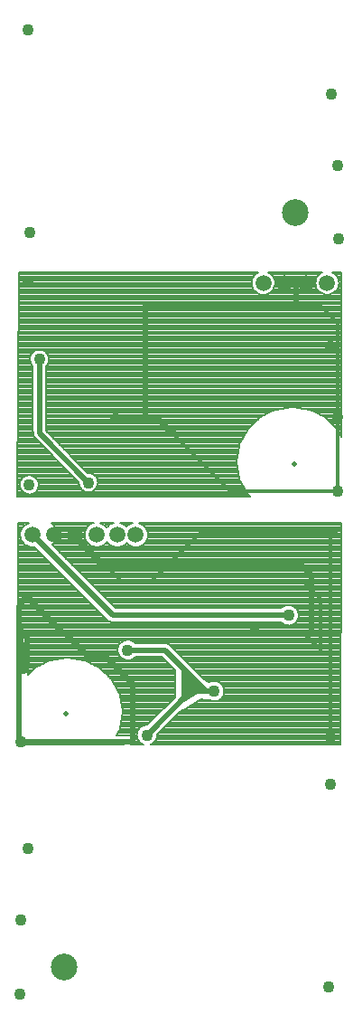
<source format=gbr>
G04 DipTrace 3.3.1.3*
G04 Bottom.gbr*
%MOIN*%
G04 #@! TF.FileFunction,Copper,L2,Bot*
G04 #@! TF.Part,Single*
G04 #@! TA.AperFunction,Conductor*
%ADD10C,0.009843*%
%ADD13C,0.011811*%
G04 #@! TA.AperFunction,ComponentPad*
%ADD15C,0.019685*%
G04 #@! TA.AperFunction,CopperBalancing*
%ADD17C,0.007992*%
%ADD19C,0.007874*%
G04 #@! TA.AperFunction,ComponentPad*
%ADD21C,0.059055*%
%ADD30C,0.042992*%
%ADD31C,0.098425*%
%ADD32C,0.043307*%
%FSLAX26Y26*%
G04*
G70*
G90*
G75*
G01*
G04 Bottom*
%LPD*%
X1455774Y1876050D2*
D15*
X806667D1*
X510000Y2172717D1*
X591260D2*
D10*
X666260D1*
D15*
X672979D1*
Y2155276D1*
X766732Y2061522D1*
X1504318D1*
X1541824Y2024016D1*
Y1805249D1*
X1341535D1*
X1329790Y1816995D1*
X473058Y1680144D2*
Y1767638D1*
X460551Y1780144D1*
Y1817638D1*
Y1911391D1*
X491798Y1942638D1*
X466798Y1411391D2*
X879304D1*
Y1623885D1*
X779304Y1723885D1*
X716811D1*
X629094Y1811601D1*
X622835D1*
X491798Y1942638D1*
X473058Y1680144D2*
X491798Y1698885D1*
Y1798898D1*
X483451Y1807244D1*
X473058Y1817638D1*
X460551D1*
X473058Y1767638D2*
X468320Y1772375D1*
Y1792113D1*
X483451Y1807244D1*
X629094Y1811601D2*
D13*
X1510459D1*
X1573071Y1748990D1*
Y1936509D1*
X1510564Y1999016D1*
X948255D1*
X839961D1*
X666260Y2172717D1*
X1616798Y2180144D2*
X1129383D1*
X948255Y1999016D1*
X1610551Y1430144D2*
Y2180144D1*
X1616798D1*
X1180801Y1596890D2*
D15*
X1094803D1*
X932808Y1434895D1*
X861286Y1748097D2*
X999094D1*
X1150302Y1596890D1*
X1094803D1*
X535564Y2819475D2*
Y2545853D1*
X716667Y2364751D1*
X1441076Y3100932D2*
X1482415D1*
X1519816D1*
X817060Y2600971D2*
X928307D1*
X972572D1*
X1021785Y2551759D1*
X928307Y2600971D2*
Y3022231D1*
D10*
X1482415D1*
D15*
Y3100932D1*
X1637927Y2333255D2*
D13*
Y2952940D1*
X1573163Y3017703D1*
X1494724D1*
X1482415Y3030013D1*
D10*
Y3022231D1*
X1637927Y2333255D2*
D13*
X1240289D1*
X1021785Y2551759D1*
X461037Y3132822D2*
D17*
X1332192D1*
X1392493D2*
X1568333D1*
X1628753D2*
X1648320D1*
X460906Y3124961D2*
X1325459D1*
X1399226D2*
X1561719D1*
X1635499D2*
X1648320D1*
X460906Y3117100D2*
X1321339D1*
X1403346D2*
X1557480D1*
X1639619D2*
X1648320D1*
X460906Y3109239D2*
X1318963D1*
X1405722D2*
X1555223D1*
X1641864D2*
X1648320D1*
X460774Y3101378D2*
X1318215D1*
X1406470D2*
X1554357D1*
X1642743D2*
X1648320D1*
X460774Y3093517D2*
X1318832D1*
X1405853D2*
X1555105D1*
X1642113D2*
X1648320D1*
X460656Y3085656D2*
X1320958D1*
X1403727D2*
X1557231D1*
X1639869D2*
X1648320D1*
X460656Y3077795D2*
X1324829D1*
X1399856D2*
X1561089D1*
X1635997D2*
X1648320D1*
X460525Y3069934D2*
X1331194D1*
X1393491D2*
X1567467D1*
X1629633D2*
X1648320D1*
X460525Y3062073D2*
X1342310D1*
X1382375D2*
X1578583D1*
X1618635D2*
X1648320D1*
X460407Y3054213D2*
X1648320D1*
X460407Y3046352D2*
X1648320D1*
X460276Y3038491D2*
X1648320D1*
X460276Y3030630D2*
X1648320D1*
X460276Y3022769D2*
X1648320D1*
X460157Y3014908D2*
X1648320D1*
X460157Y3007047D2*
X1648320D1*
X460026Y2999186D2*
X1648320D1*
X460026Y2991325D2*
X1648320D1*
X459908Y2983465D2*
X1648320D1*
X459908Y2975604D2*
X1648320D1*
X459777Y2967743D2*
X1648320D1*
X459777Y2959882D2*
X1648320D1*
X459659Y2952021D2*
X1648320D1*
X459659Y2944160D2*
X1648320D1*
X459659Y2936299D2*
X1648320D1*
X459528Y2928438D2*
X1648320D1*
X459528Y2920577D2*
X1648320D1*
X459409Y2912717D2*
X1648320D1*
X459409Y2904856D2*
X1648320D1*
X459278Y2896995D2*
X1648320D1*
X459278Y2889134D2*
X1648320D1*
X459160Y2881273D2*
X1648320D1*
X459160Y2873412D2*
X1648320D1*
X459160Y2865551D2*
X1648320D1*
X459029Y2857690D2*
X1648320D1*
X459029Y2849829D2*
X516745D1*
X554436D2*
X1648320D1*
X458911Y2841969D2*
X507507D1*
X563556D2*
X1648320D1*
X458911Y2834108D2*
X502638D1*
X568543D2*
X1648320D1*
X458780Y2826247D2*
X500144D1*
X571050D2*
X1648320D1*
X458780Y2818386D2*
X499514D1*
X571667D2*
X1648320D1*
X458661Y2810525D2*
X500643D1*
X570551D2*
X1648320D1*
X458661Y2802664D2*
X503635D1*
X567428D2*
X1648320D1*
X458530Y2794803D2*
X509501D1*
X561680D2*
X1648320D1*
X458530Y2786942D2*
X511129D1*
X560052D2*
X1648320D1*
X458412Y2779081D2*
X511129D1*
X560052D2*
X1648320D1*
X458412Y2771220D2*
X511129D1*
X560052D2*
X1648320D1*
X458412Y2763360D2*
X511129D1*
X560052D2*
X1648320D1*
X458281Y2755499D2*
X511129D1*
X560052D2*
X1648320D1*
X458281Y2747638D2*
X511129D1*
X560052D2*
X1648320D1*
X458163Y2739777D2*
X511129D1*
X560052D2*
X1648320D1*
X458163Y2731916D2*
X511129D1*
X560052D2*
X1648320D1*
X458031Y2724055D2*
X511129D1*
X560052D2*
X1648320D1*
X458031Y2716194D2*
X511129D1*
X560052D2*
X1648320D1*
X457913Y2708333D2*
X511129D1*
X560052D2*
X1648320D1*
X457913Y2700472D2*
X511129D1*
X560052D2*
X1648320D1*
X457782Y2692612D2*
X511129D1*
X560052D2*
X1648320D1*
X457782Y2684751D2*
X511129D1*
X560052D2*
X1648320D1*
X457782Y2676890D2*
X511129D1*
X560052D2*
X1648320D1*
X457664Y2669029D2*
X511129D1*
X560052D2*
X1648320D1*
X457664Y2661168D2*
X511129D1*
X560052D2*
X1648320D1*
X457533Y2653307D2*
X511129D1*
X560052D2*
X1648320D1*
X457533Y2645446D2*
X511129D1*
X560052D2*
X1648320D1*
X457402Y2637585D2*
X511129D1*
X560052D2*
X1437100D1*
X1504003D2*
X1648320D1*
X457402Y2629724D2*
X511129D1*
X560052D2*
X1399633D1*
X1541339D2*
X1648320D1*
X457283Y2621864D2*
X511129D1*
X560052D2*
X1383766D1*
X1557323D2*
X1648320D1*
X457283Y2614003D2*
X511129D1*
X560052D2*
X1367913D1*
X1573189D2*
X1648320D1*
X457165Y2606142D2*
X511129D1*
X560052D2*
X1351929D1*
X1589173D2*
X1648320D1*
X457165Y2598281D2*
X511129D1*
X560052D2*
X1342060D1*
X1599029D2*
X1648320D1*
X457165Y2590420D2*
X511129D1*
X560052D2*
X1333950D1*
X1607152D2*
X1648320D1*
X457034Y2582559D2*
X511129D1*
X560052D2*
X1325827D1*
X1615262D2*
X1648320D1*
X457034Y2574698D2*
X511129D1*
X560052D2*
X1317717D1*
X1623386D2*
X1648320D1*
X456916Y2566837D2*
X511129D1*
X560052D2*
X1309593D1*
X1631496D2*
X1648320D1*
X456916Y2558976D2*
X511129D1*
X560052D2*
X1301982D1*
X1638990D2*
X1648320D1*
X456785Y2551115D2*
X511129D1*
X564554D2*
X1297861D1*
X1643241D2*
X1648320D1*
X456785Y2543255D2*
X511260D1*
X572415D2*
X1293740D1*
X456654Y2535394D2*
X513504D1*
X580289D2*
X1289619D1*
X456654Y2527533D2*
X519619D1*
X588150D2*
X1285499D1*
X456535Y2519672D2*
X527493D1*
X596024D2*
X1281247D1*
X456535Y2511811D2*
X535354D1*
X603885D2*
X1277126D1*
X456535Y2503950D2*
X543228D1*
X611759D2*
X1273255D1*
X456404Y2496089D2*
X551089D1*
X619619D2*
X1271759D1*
X456404Y2488228D2*
X558963D1*
X627493D2*
X1270381D1*
X456286Y2480367D2*
X566824D1*
X635354D2*
X1269134D1*
X456286Y2472507D2*
X574567D1*
X643228D2*
X1267887D1*
X456155Y2464646D2*
X582441D1*
X651089D2*
X1266640D1*
X456155Y2456785D2*
X590302D1*
X658832D2*
X1265262D1*
X456037Y2448924D2*
X598176D1*
X666706D2*
X1264016D1*
X456037Y2441063D2*
X606037D1*
X674567D2*
X1263018D1*
X455906Y2433202D2*
X613911D1*
X682441D2*
X1264134D1*
X455906Y2425341D2*
X621772D1*
X690302D2*
X1265512D1*
X455906Y2417480D2*
X629633D1*
X698176D2*
X1266759D1*
X455787Y2409619D2*
X637507D1*
X706037D2*
X1268005D1*
X455787Y2401759D2*
X645381D1*
X713911D2*
X1269383D1*
X455656Y2393898D2*
X653241D1*
X737388D2*
X1270630D1*
X455656Y2386037D2*
X477415D1*
X518845D2*
X661102D1*
X745630D2*
X1271877D1*
X455538Y2378176D2*
X469173D1*
X527087D2*
X668976D1*
X750118D2*
X1273635D1*
X455538Y2370315D2*
X464672D1*
X531588D2*
X676837D1*
X752362D2*
X1277756D1*
X455407Y2362454D2*
X462428D1*
X533832D2*
X680591D1*
X752743D2*
X1281877D1*
X455407Y2354593D2*
X462060D1*
X534213D2*
X682087D1*
X751247D2*
X1285997D1*
X455289Y2346732D2*
X463556D1*
X532835D2*
X685459D1*
X747874D2*
X1290118D1*
X455289Y2338871D2*
X466929D1*
X529344D2*
X691824D1*
X741509D2*
X1294239D1*
X455289Y2331010D2*
X473294D1*
X522966D2*
X705315D1*
X728018D2*
X1298360D1*
X455157Y2323150D2*
X486785D1*
X509488D2*
X1302848D1*
X455157Y2315289D2*
X1310722D1*
X1405512Y3096942D2*
X1404055Y3089094D1*
X1401181Y3081654D1*
X1396982Y3074856D1*
X1391627Y3068950D1*
X1385262Y3064134D1*
X1378136Y3060551D1*
X1370459Y3058333D1*
X1362520Y3057572D1*
X1354567Y3058268D1*
X1346877Y3060420D1*
X1339724Y3063937D1*
X1333320Y3068701D1*
X1327913Y3074567D1*
X1323661Y3081325D1*
X1320722Y3088740D1*
X1319186Y3096575D1*
X1319121Y3104554D1*
X1320512Y3112415D1*
X1323320Y3119882D1*
X1327454Y3126706D1*
X1332769Y3132664D1*
X1339081Y3137546D1*
X1344029Y3140197D1*
X460367Y3138688D1*
X460157Y3122677D1*
X454331Y2314619D1*
X598163Y2314672D1*
X1312073D1*
X1304843Y2321759D1*
X1302218Y2325249D1*
X1274816Y2377388D1*
X1273412Y2381588D1*
X1263963Y2439383D1*
Y2443845D1*
X1273412Y2501627D1*
X1274816Y2505840D1*
X1302218Y2557966D1*
X1304843Y2561470D1*
X1347520Y2602835D1*
X1351024Y2605315D1*
X1404803Y2631877D1*
X1408819Y2633150D1*
X1468438Y2642297D1*
X1472638D1*
X1532257Y2633150D1*
X1536286Y2631877D1*
X1590052Y2605315D1*
X1593570Y2602835D1*
X1636247Y2561470D1*
X1638858Y2557966D1*
X1651811Y2533320D1*
X1650906Y2898097D1*
X1650315Y3140682D1*
X1615971Y3140617D1*
X1620853Y3138123D1*
X1627297Y3133412D1*
X1632756Y3127598D1*
X1637060Y3120879D1*
X1640066Y3113491D1*
X1641667Y3105669D1*
X1641916Y3100932D1*
X1641181Y3092992D1*
X1639016Y3085315D1*
X1635459Y3078163D1*
X1630669Y3071785D1*
X1624777Y3066391D1*
X1618005Y3062178D1*
X1610577Y3059265D1*
X1602730Y3057769D1*
X1594751Y3057730D1*
X1586903Y3059160D1*
X1579436Y3062008D1*
X1572625Y3066168D1*
X1566693Y3071509D1*
X1561850Y3077848D1*
X1558241Y3084961D1*
X1555997Y3092625D1*
X1555197Y3100564D1*
X1555853Y3108517D1*
X1557966Y3116207D1*
X1561457Y3123386D1*
X1566194Y3129803D1*
X1572034Y3135249D1*
X1578780Y3139528D1*
X1581155Y3140617D1*
X1380709Y3140223D1*
X1384633Y3138123D1*
X1391076Y3133412D1*
X1396535Y3127598D1*
X1400840Y3120879D1*
X1403845Y3113491D1*
X1405446Y3105669D1*
X1405696Y3100932D1*
X1405512Y3096942D1*
X570669Y2815486D2*
X570000Y2811549D1*
X568885Y2807717D1*
X567349Y2804029D1*
X565407Y2800538D1*
X563071Y2797297D1*
X559186Y2793255D1*
X559239Y2707585D1*
Y2555604D1*
X714869Y2400026D1*
X721942Y2399685D1*
X725853Y2398871D1*
X729646Y2397612D1*
X733268Y2395932D1*
X736693Y2393858D1*
X739843Y2391417D1*
X742703Y2388635D1*
X745236Y2385538D1*
X747402Y2382192D1*
X749173Y2378609D1*
X750525Y2374856D1*
X751457Y2370958D1*
X752008Y2364751D1*
X751785Y2360761D1*
X751102Y2356824D1*
X749987Y2352992D1*
X748451Y2349304D1*
X746509Y2345814D1*
X744173Y2342572D1*
X741496Y2339606D1*
X738504Y2336955D1*
X735236Y2334672D1*
X731719Y2332769D1*
X728018Y2331273D1*
X724160Y2330210D1*
X720223Y2329593D1*
X716234Y2329409D1*
X712244Y2329685D1*
X708320Y2330407D1*
X704501Y2331562D1*
X700827Y2333150D1*
X697362Y2335144D1*
X694147Y2337507D1*
X691220Y2340223D1*
X688622Y2343255D1*
X686365Y2346549D1*
X684514Y2350092D1*
X683058Y2353806D1*
X682047Y2357677D1*
X681470Y2361627D1*
X681404Y2366483D1*
X518819Y2529108D1*
X516247Y2532152D1*
X514213Y2535591D1*
X512795Y2539318D1*
X512008Y2543386D1*
X511877Y2561837D1*
Y2793228D1*
X507520Y2797979D1*
X505262Y2801273D1*
X503412Y2804816D1*
X501955Y2808530D1*
X500945Y2812402D1*
X500367Y2816352D1*
X500236Y2820341D1*
X500564Y2824318D1*
X501325Y2828241D1*
X502533Y2832047D1*
X504173Y2835696D1*
X506194Y2839134D1*
X508609Y2842323D1*
X511352Y2845210D1*
X514423Y2847782D1*
X517743Y2849987D1*
X521299Y2851798D1*
X525039Y2853202D1*
X528911Y2854173D1*
X532874Y2854711D1*
X536864Y2854790D1*
X540840Y2854409D1*
X544751Y2853596D1*
X548543Y2852336D1*
X552165Y2850656D1*
X555591Y2848596D1*
X558740Y2846142D1*
X561601Y2843360D1*
X564134Y2840262D1*
X566299Y2836916D1*
X568071Y2833333D1*
X569423Y2829580D1*
X570354Y2825696D1*
X570906Y2819475D1*
X570669Y2815486D1*
X533268Y2352887D2*
X532598Y2348950D1*
X531483Y2345118D1*
X529948Y2341430D1*
X528005Y2337940D1*
X525669Y2334698D1*
X522992Y2331732D1*
X520000Y2329081D1*
X516732Y2326798D1*
X513215Y2324895D1*
X509514Y2323399D1*
X505656Y2322336D1*
X501719Y2321706D1*
X497730Y2321535D1*
X493740Y2321811D1*
X489816Y2322533D1*
X485997Y2323701D1*
X482323Y2325276D1*
X478858Y2327270D1*
X475643Y2329633D1*
X472717Y2332349D1*
X470105Y2335381D1*
X467861Y2338675D1*
X466010Y2342218D1*
X464554Y2345932D1*
X463543Y2349803D1*
X462966Y2353753D1*
X462835Y2357743D1*
X463163Y2361719D1*
X463924Y2365643D1*
X465131Y2369449D1*
X466772Y2373097D1*
X468793Y2376535D1*
X471207Y2379724D1*
X473950Y2382612D1*
X477008Y2385184D1*
X480341Y2387388D1*
X483898Y2389199D1*
X487638Y2390604D1*
X491509Y2391575D1*
X495472Y2392113D1*
X499462Y2392192D1*
X503438Y2391811D1*
X507349Y2390997D1*
X511142Y2389738D1*
X514764Y2388058D1*
X518189Y2385997D1*
X521339Y2383543D1*
X524199Y2380761D1*
X526732Y2377664D1*
X528898Y2374318D1*
X530669Y2370735D1*
X532021Y2366982D1*
X532953Y2363084D1*
X533504Y2356877D1*
X533268Y2352887D1*
X456562Y2208858D2*
D19*
X481509D1*
X588766D2*
X718963D1*
X776024D2*
X794003D1*
X851063D2*
X862782D1*
X919843D2*
X1647848D1*
X456562Y2201115D2*
X473635D1*
X594055D2*
X711089D1*
X927717D2*
X1647848D1*
X456562Y2193373D2*
X468583D1*
X597874D2*
X706168D1*
X932638D2*
X1647848D1*
X456562Y2185630D2*
X465512D1*
X599843D2*
X702966D1*
X935709D2*
X1647848D1*
X456562Y2177887D2*
X463911D1*
X601063D2*
X701483D1*
X937310D2*
X1647848D1*
X456562Y2170144D2*
X463661D1*
X600827D2*
X701247D1*
X937559D2*
X1647848D1*
X456562Y2162402D2*
X464777D1*
X599593D2*
X702349D1*
X936457D2*
X1647717D1*
X456562Y2154659D2*
X467362D1*
X597008D2*
X704934D1*
X933871D2*
X1647717D1*
X456562Y2146916D2*
X471667D1*
X593189D2*
X709121D1*
X929685D2*
X1647717D1*
X456562Y2139173D2*
X478307D1*
X587047D2*
X715879D1*
X779213D2*
X790801D1*
X854147D2*
X859580D1*
X922913D2*
X1647717D1*
X456562Y2131430D2*
X489869D1*
X588635D2*
X727441D1*
X767651D2*
X802375D1*
X842572D2*
X871142D1*
X911352D2*
X1647717D1*
X456562Y2123688D2*
X521614D1*
X596391D2*
X1647717D1*
X456562Y2115945D2*
X529370D1*
X604147D2*
X1647598D1*
X456562Y2108202D2*
X537113D1*
X611890D2*
X1647598D1*
X456562Y2100459D2*
X544869D1*
X619646D2*
X1647598D1*
X456562Y2092717D2*
X552612D1*
X627402D2*
X1647598D1*
X456562Y2084974D2*
X560367D1*
X635144D2*
X1647598D1*
X456562Y2077231D2*
X568123D1*
X642900D2*
X1647598D1*
X456562Y2069488D2*
X575866D1*
X650643D2*
X1647598D1*
X456562Y2061745D2*
X583504D1*
X658399D2*
X1647480D1*
X456562Y2054003D2*
X591247D1*
X666155D2*
X1647480D1*
X456562Y2046260D2*
X599003D1*
X673898D2*
X1647480D1*
X456562Y2038517D2*
X606745D1*
X681654D2*
X1647480D1*
X456562Y2030774D2*
X614501D1*
X689278D2*
X1647480D1*
X456562Y2023031D2*
X622257D1*
X697034D2*
X1647480D1*
X456562Y2015289D2*
X630000D1*
X704777D2*
X1647480D1*
X456562Y2007546D2*
X637756D1*
X712533D2*
X1647349D1*
X456562Y1999803D2*
X645512D1*
X720289D2*
X1647349D1*
X456562Y1992060D2*
X653255D1*
X728031D2*
X1647349D1*
X456562Y1984318D2*
X661010D1*
X735787D2*
X1647349D1*
X456562Y1976575D2*
X668766D1*
X743543D2*
X1647349D1*
X456562Y1968832D2*
X676509D1*
X751286D2*
X1647349D1*
X456562Y1961089D2*
X684265D1*
X759042D2*
X1647231D1*
X456562Y1953346D2*
X692008D1*
X766785D2*
X1647231D1*
X456562Y1945604D2*
X699646D1*
X774541D2*
X1647231D1*
X456562Y1937861D2*
X707388D1*
X782297D2*
X1647231D1*
X456562Y1930118D2*
X715144D1*
X790039D2*
X1647231D1*
X456562Y1922375D2*
X722900D1*
X797795D2*
X1647231D1*
X456562Y1914633D2*
X730643D1*
X805420D2*
X1647231D1*
X456562Y1906890D2*
X738399D1*
X813176D2*
X1433281D1*
X1478281D2*
X1647100D1*
X456562Y1899147D2*
X746142D1*
X1486404D2*
X1647100D1*
X456562Y1891404D2*
X753898D1*
X1490958D2*
X1647100D1*
X456562Y1883661D2*
X761654D1*
X1493543D2*
X1647100D1*
X456562Y1875919D2*
X769396D1*
X1494278D2*
X1647100D1*
X456562Y1868176D2*
X777152D1*
X1493412D2*
X1647100D1*
X456562Y1860433D2*
X784908D1*
X1490827D2*
X1647100D1*
X456562Y1852690D2*
X794751D1*
X1486155D2*
X1646982D1*
X456562Y1844948D2*
X1433648D1*
X1477913D2*
X1646982D1*
X456562Y1837205D2*
X1646982D1*
X456562Y1829462D2*
X1646982D1*
X456562Y1821719D2*
X1646982D1*
X493543Y1813976D2*
X1646982D1*
X493543Y1806234D2*
X1646864D1*
X493543Y1798491D2*
X1646864D1*
X493543Y1790748D2*
X1646864D1*
X493543Y1783005D2*
X846299D1*
X876286D2*
X1646864D1*
X493543Y1775262D2*
X834357D1*
X888228D2*
X1646864D1*
X493543Y1767520D2*
X828202D1*
X1017034D2*
X1646864D1*
X493543Y1759777D2*
X824646D1*
X1024790D2*
X1646864D1*
X493543Y1752034D2*
X823045D1*
X1032533D2*
X1646732D1*
X493543Y1744291D2*
X823045D1*
X1040289D2*
X1646732D1*
X493543Y1736549D2*
X824646D1*
X1048045D2*
X1646732D1*
X493543Y1728806D2*
X828084D1*
X1055787D2*
X1646732D1*
X493543Y1721063D2*
X834239D1*
X888346D2*
X988766D1*
X1063543D2*
X1646732D1*
X493543Y1713320D2*
X599738D1*
X677467D2*
X845932D1*
X876654D2*
X996522D1*
X1071299D2*
X1646732D1*
X493543Y1705577D2*
X566772D1*
X710446D2*
X1004147D1*
X1079042D2*
X1646732D1*
X493543Y1697835D2*
X551024D1*
X726194D2*
X1011890D1*
X1086798D2*
X1646614D1*
X493543Y1690092D2*
X535394D1*
X741811D2*
X1019646D1*
X1094554D2*
X1646614D1*
X493543Y1682349D2*
X519646D1*
X757559D2*
X1027402D1*
X1102297D2*
X1646614D1*
X493543Y1674606D2*
X510669D1*
X766549D2*
X1035144D1*
X1109921D2*
X1646614D1*
X493543Y1666864D2*
X502664D1*
X774541D2*
X1035394D1*
X1117677D2*
X1646614D1*
X782546Y1659121D2*
X1035394D1*
X1125433D2*
X1646614D1*
X790538Y1651378D2*
X1035394D1*
X1133176D2*
X1646496D1*
X798530Y1643635D2*
X1035394D1*
X1141549D2*
X1646496D1*
X805669Y1635892D2*
X1035394D1*
X1152992D2*
X1646496D1*
X809724Y1628150D2*
X1035394D1*
X1202690D2*
X1646496D1*
X813793Y1620407D2*
X1035394D1*
X1211063D2*
X1646496D1*
X817848Y1612664D2*
X1035394D1*
X1215853D2*
X1646496D1*
X822034Y1604921D2*
X1035394D1*
X1218438D2*
X1646496D1*
X826089Y1597178D2*
X1035394D1*
X1219304D2*
X1646365D1*
X830157Y1589436D2*
X1035394D1*
X1218556D2*
X1646365D1*
X833963Y1581693D2*
X1035394D1*
X1216102D2*
X1646365D1*
X835315Y1573950D2*
X1034409D1*
X1211549D2*
X1646365D1*
X836549Y1566207D2*
X1026785D1*
X1129738D2*
X1135420D1*
X1203556D2*
X1646365D1*
X837782Y1558465D2*
X1019029D1*
X1117559D2*
X1646365D1*
X839134Y1550722D2*
X1011286D1*
X1105249D2*
X1646365D1*
X840367Y1542979D2*
X1003530D1*
X1092953D2*
X1646247D1*
X841601Y1535236D2*
X995774D1*
X1080643D2*
X1646247D1*
X842953Y1527493D2*
X988031D1*
X1065144D2*
X1646247D1*
X843806Y1519751D2*
X980276D1*
X1055052D2*
X1646247D1*
X842572Y1512008D2*
X972520D1*
X1047297D2*
X1646247D1*
X841220Y1504265D2*
X964777D1*
X1039554D2*
X1646247D1*
X840000Y1496522D2*
X957021D1*
X1031798D2*
X1646129D1*
X838766Y1488780D2*
X949278D1*
X1024055D2*
X1646129D1*
X837415Y1481037D2*
X941522D1*
X1016299D2*
X1646129D1*
X836181Y1473294D2*
X933766D1*
X1008675D2*
X1646129D1*
X834948Y1465551D2*
X910026D1*
X1000919D2*
X1646129D1*
X833110Y1457808D2*
X902021D1*
X993163D2*
X1646129D1*
X829042Y1450066D2*
X897480D1*
X985420D2*
X1646129D1*
X824856Y1442323D2*
X895013D1*
X977664D2*
X1645997D1*
X820801Y1434580D2*
X894278D1*
X971273D2*
X1645997D1*
X874567Y1426837D2*
X895144D1*
X970407D2*
X1645997D1*
X874567Y1419094D2*
X897717D1*
X967822D2*
X1645997D1*
X874567Y1411352D2*
X902520D1*
X963031D2*
X1645997D1*
X874567Y1403609D2*
X911010D1*
X954659D2*
X1645997D1*
X784948Y2146706D2*
X780013Y2140735D1*
X774029Y2135630D1*
X767270Y2131627D1*
X759908Y2128845D1*
X752192Y2127362D1*
X744318Y2127231D1*
X736562Y2128451D1*
X729121Y2130997D1*
X722218Y2134777D1*
X716076Y2139685D1*
X710866Y2145591D1*
X706759Y2152283D1*
X703845Y2159593D1*
X702244Y2167297D1*
X701982Y2175157D1*
X703084Y2182940D1*
X705499Y2190420D1*
X709173Y2197375D1*
X713976Y2203596D1*
X719790Y2208898D1*
X726417Y2213136D1*
X733675Y2216155D1*
X735459Y2216640D1*
X580407Y2216601D1*
X589409Y2207428D1*
X591890Y2203937D1*
X597283Y2193071D1*
X598556Y2189042D1*
X600420Y2176995D1*
Y2172795D1*
X598556Y2160735D1*
X597283Y2156719D1*
X591890Y2145840D1*
X589409Y2142349D1*
X583320Y2136102D1*
X739895Y1979449D1*
X817415Y1901942D1*
X1428333Y1901955D1*
X1433215Y1906273D1*
X1436483Y1908465D1*
X1439961Y1910302D1*
X1443622Y1911759D1*
X1447402Y1912835D1*
X1451286Y1913504D1*
X1455210Y1913766D1*
X1459147Y1913622D1*
X1463045Y1913071D1*
X1466850Y1912113D1*
X1470551Y1910761D1*
X1474081Y1909029D1*
X1477428Y1906942D1*
X1480525Y1904514D1*
X1483360Y1901785D1*
X1485892Y1898780D1*
X1488084Y1895512D1*
X1489934Y1892047D1*
X1491417Y1888399D1*
X1492507Y1884606D1*
X1493202Y1880735D1*
X1493491Y1876050D1*
X1493294Y1872126D1*
X1492677Y1868241D1*
X1491667Y1864436D1*
X1490249Y1860761D1*
X1488478Y1857257D1*
X1486339Y1853950D1*
X1483871Y1850879D1*
X1481089Y1848097D1*
X1478045Y1845604D1*
X1474751Y1843451D1*
X1471247Y1841654D1*
X1467572Y1840236D1*
X1463780Y1839199D1*
X1459895Y1838570D1*
X1455971Y1838333D1*
X1452034Y1838530D1*
X1448150Y1839121D1*
X1444344Y1840118D1*
X1440656Y1841509D1*
X1437139Y1843268D1*
X1433832Y1845381D1*
X1428386Y1850171D1*
X806654Y1850144D1*
X802743Y1850446D1*
X798911Y1851339D1*
X795249Y1852795D1*
X791864Y1854790D1*
X788346Y1857743D1*
X518215Y2127861D1*
X510748Y2127126D1*
X502900Y2127677D1*
X495276Y2129567D1*
X488071Y2132743D1*
X481535Y2137100D1*
X475840Y2142520D1*
X471155Y2148845D1*
X467638Y2155879D1*
X465367Y2163412D1*
X464436Y2171220D1*
X464856Y2179068D1*
X466627Y2186732D1*
X469672Y2193976D1*
X473937Y2200591D1*
X479265Y2206378D1*
X485499Y2211155D1*
X492480Y2214803D1*
X497953Y2216640D1*
X455774Y2216601D1*
Y1820814D1*
X492743Y1820827D1*
Y1656575D1*
X516969Y1679921D1*
X520446Y1682388D1*
X573596Y1708570D1*
X577598Y1709829D1*
X636509Y1718858D1*
X640682D1*
X699606Y1709829D1*
X703609Y1708570D1*
X756745Y1682388D1*
X760236Y1679921D1*
X802415Y1639134D1*
X805026Y1635656D1*
X832113Y1584252D1*
X833517Y1580052D1*
X842848Y1523071D1*
Y1518622D1*
X833517Y1461640D1*
X832113Y1457441D1*
X818635Y1431864D1*
X873740Y1431824D1*
Y1399711D1*
X919239Y1399672D1*
X914160Y1402100D1*
X910853Y1404226D1*
X907769Y1406680D1*
X904974Y1409436D1*
X902467Y1412480D1*
X900302Y1415761D1*
X898478Y1419252D1*
X897034Y1422913D1*
X895984Y1426706D1*
X895328Y1430577D1*
X895092Y1434514D1*
X895249Y1438438D1*
X895827Y1442336D1*
X896811Y1446142D1*
X898176Y1449829D1*
X899921Y1453360D1*
X902021Y1456693D1*
X904462Y1459777D1*
X907205Y1462598D1*
X910236Y1465105D1*
X913504Y1467297D1*
X916995Y1469134D1*
X920643Y1470591D1*
X924436Y1471667D1*
X928307Y1472336D1*
X933832Y1472546D1*
X1036194Y1574921D1*
X1036115Y1633714D1*
Y1669147D1*
X1036496Y1673399D1*
X1034541Y1676010D1*
X988346Y1722205D1*
X888727Y1722192D1*
X883556Y1717651D1*
X880262Y1715499D1*
X876759Y1713701D1*
X873097Y1712283D1*
X869291Y1711247D1*
X865407Y1710617D1*
X861483Y1710381D1*
X857546Y1710577D1*
X853661Y1711168D1*
X849856Y1712165D1*
X846168Y1713556D1*
X842651Y1715315D1*
X839344Y1717428D1*
X836260Y1719882D1*
X833451Y1722651D1*
X830958Y1725682D1*
X828793Y1728976D1*
X826969Y1732467D1*
X825525Y1736129D1*
X824475Y1739921D1*
X823819Y1743793D1*
X823570Y1747730D1*
X823740Y1751654D1*
X824318Y1755551D1*
X825289Y1759357D1*
X826667Y1763045D1*
X828412Y1766575D1*
X830512Y1769895D1*
X832953Y1772992D1*
X835696Y1775814D1*
X838727Y1778320D1*
X841995Y1780512D1*
X845472Y1782349D1*
X849134Y1783806D1*
X852913Y1784882D1*
X856798Y1785551D1*
X860722Y1785814D1*
X864659Y1785669D1*
X868556Y1785118D1*
X872362Y1784160D1*
X876063Y1782808D1*
X879593Y1781076D1*
X882940Y1778990D1*
X886037Y1776562D1*
X888845Y1774003D1*
X999081D1*
X1003005Y1773714D1*
X1006837Y1772822D1*
X1010499Y1771365D1*
X1013885Y1769370D1*
X1017402Y1766417D1*
X1139108Y1644711D1*
X1161798Y1629436D1*
X1164987Y1631129D1*
X1168648Y1632585D1*
X1172428Y1633661D1*
X1176312Y1634344D1*
X1180236Y1634606D1*
X1184173Y1634462D1*
X1188058Y1633898D1*
X1191877Y1632940D1*
X1195577Y1631588D1*
X1199108Y1629869D1*
X1202441Y1627782D1*
X1205551Y1625354D1*
X1208373Y1622625D1*
X1210906Y1619606D1*
X1213110Y1616352D1*
X1214961Y1612874D1*
X1216444Y1609226D1*
X1217533Y1605446D1*
X1218228Y1601575D1*
X1218517Y1596890D1*
X1218320Y1592966D1*
X1217703Y1589068D1*
X1216680Y1585276D1*
X1215276Y1581601D1*
X1213504Y1578084D1*
X1211365Y1574777D1*
X1208898Y1571719D1*
X1206115Y1568924D1*
X1203058Y1566444D1*
X1199777Y1564291D1*
X1196273Y1562493D1*
X1192598Y1561063D1*
X1188806Y1560026D1*
X1184921Y1559396D1*
X1180997Y1559173D1*
X1177060Y1559357D1*
X1173176Y1559948D1*
X1169370Y1560945D1*
X1165682Y1562336D1*
X1161024Y1564829D1*
X1156089Y1563609D1*
X1152178Y1563163D1*
X1148241Y1563176D1*
X1144331Y1563635D1*
X1140512Y1564554D1*
X1136811Y1565919D1*
X1132388Y1568307D1*
X1072808Y1530787D1*
X1069331Y1528963D1*
X1065591Y1527743D1*
X1062087Y1527192D1*
X1057441Y1522887D1*
X970538Y1435984D1*
X970315Y1430958D1*
X969698Y1427073D1*
X968688Y1423268D1*
X967283Y1419593D1*
X965499Y1416089D1*
X963360Y1412782D1*
X960892Y1409724D1*
X958110Y1406929D1*
X955066Y1404449D1*
X951772Y1402283D1*
X946089Y1399646D1*
X1646732Y1399685D1*
X1648688Y2216601D1*
X903491D1*
X908281Y2215000D1*
X915302Y2211457D1*
X921601Y2206745D1*
X926995Y2201024D1*
X931339Y2194462D1*
X934475Y2187257D1*
X936325Y2179606D1*
X936850Y2172717D1*
X936181Y2164882D1*
X934160Y2157270D1*
X930866Y2150131D1*
X926404Y2143661D1*
X920892Y2138058D1*
X914488Y2133478D1*
X907402Y2130066D1*
X899829Y2127940D1*
X892008Y2127126D1*
X884173Y2127677D1*
X876535Y2129567D1*
X869344Y2132743D1*
X862795Y2137100D1*
X857100Y2142520D1*
X856864Y2142808D1*
X852139Y2138058D1*
X845735Y2133478D1*
X838648Y2130066D1*
X831089Y2127940D1*
X823268Y2127126D1*
X815420Y2127677D1*
X807782Y2129567D1*
X800591Y2132743D1*
X794042Y2137100D1*
X788346Y2142520D1*
X784974Y2146916D1*
X759751Y2216588D2*
X764528Y2215000D1*
X771549Y2211457D1*
X777848Y2206745D1*
X783241Y2201024D1*
X785052Y2198530D1*
X788990Y2203596D1*
X794790Y2208898D1*
X801417Y2213136D1*
X808688Y2216155D1*
X810105Y2216601D1*
X759790D1*
X834751Y2216588D2*
X839541Y2215000D1*
X846549Y2211457D1*
X852848Y2206745D1*
X856877Y2202612D1*
X860525Y2206378D1*
X866772Y2211155D1*
X873740Y2214803D1*
X879213Y2216640D1*
X834843Y2216601D1*
D21*
X510000Y2172717D3*
X747507D3*
D15*
X634908Y1511877D3*
D21*
X666260Y2172717D3*
D30*
X491916Y3105197D3*
D31*
X625682Y581391D3*
D21*
X1362336Y3100932D3*
D30*
X1635656Y2605197D3*
X1610577Y2867861D3*
X500761Y3285407D3*
X1640525Y3261785D3*
X494514Y4033740D3*
D31*
X1479409Y3361693D3*
D30*
X1638268Y3533740D3*
X1613189Y3796404D3*
X1604331Y505118D3*
X464567Y481483D3*
X1610577Y1253438D3*
X466824Y753438D3*
X491903Y1016102D3*
D21*
X1598556Y3100932D3*
X1519816D3*
X1441076D3*
D30*
X817060Y2600971D3*
X535564Y2819475D3*
X716667Y2364751D3*
X1021785Y2551759D3*
X498163Y2356877D3*
X1637927Y2333255D3*
X466798Y1411391D3*
X1616798Y2180144D3*
D15*
X1476798Y2433150D3*
D30*
X1610551Y1430144D3*
X473058Y1680144D3*
X491798Y1942638D3*
D21*
X891260Y2172717D3*
D32*
X1455774Y1876050D3*
X1329790Y1816995D3*
X1180801Y1596890D3*
X932808Y1434895D3*
X861286Y1748097D3*
D21*
X822520Y2172717D3*
X591260D3*
G36*
X1060052Y1669147D2*
X1150604Y1608123D1*
X1060052Y1551037D1*
Y1669147D1*
G37*
G36*
X450801Y1796890D2*
X468806D1*
Y1398885D1*
X450801D1*
Y1796890D1*
G37*
G36*
X451798Y1407887D2*
X849803D1*
Y1395892D1*
X451798D1*
Y1407887D1*
G37*
M02*

</source>
